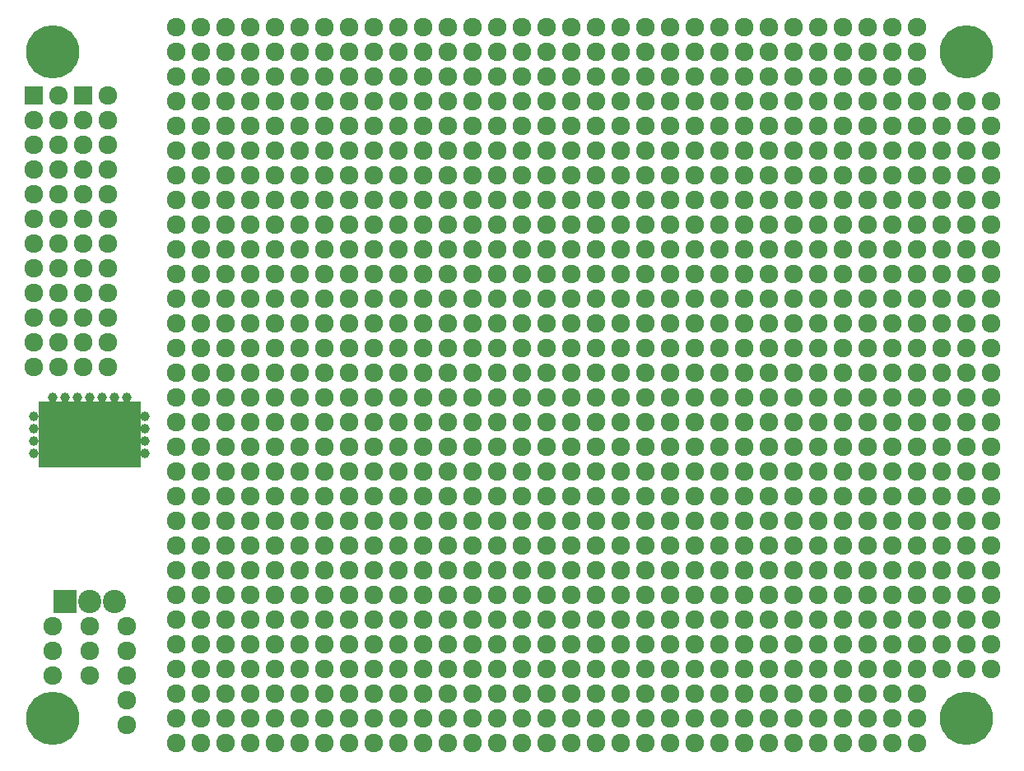
<source format=gbr>
G04 #@! TF.FileFunction,Soldermask,Top*
%FSLAX46Y46*%
G04 Gerber Fmt 4.6, Leading zero omitted, Abs format (unit mm)*
G04 Created by KiCad (PCBNEW 4.0.7) date Monday, July 23, 2018 'PMt' 01:55:31 PM*
%MOMM*%
%LPD*%
G01*
G04 APERTURE LIST*
%ADD10C,0.100000*%
%ADD11C,1.924000*%
%ADD12C,5.480000*%
%ADD13R,1.924000X1.924000*%
%ADD14C,1.000000*%
%ADD15R,2.400000X2.400000*%
%ADD16C,2.400000*%
%ADD17R,10.560000X6.750000*%
G04 APERTURE END LIST*
D10*
D11*
X115570000Y-146050000D03*
X115570000Y-148590000D03*
X115570000Y-135890000D03*
X115570000Y-138430000D03*
X115570000Y-143510000D03*
X115570000Y-140970000D03*
X115570000Y-130810000D03*
X115570000Y-133350000D03*
X115570000Y-128270000D03*
X115570000Y-125730000D03*
X115570000Y-100330000D03*
X115570000Y-102870000D03*
X115570000Y-107950000D03*
X115570000Y-105410000D03*
X115570000Y-115570000D03*
X115570000Y-118110000D03*
X115570000Y-113030000D03*
X115570000Y-110490000D03*
X115570000Y-123190000D03*
X115570000Y-120650000D03*
X115570000Y-95250000D03*
X115570000Y-97790000D03*
X115570000Y-85090000D03*
X115570000Y-87630000D03*
X115570000Y-92710000D03*
X115570000Y-90170000D03*
X115570000Y-80010000D03*
X115570000Y-82550000D03*
X115570000Y-77470000D03*
X115570000Y-74930000D03*
D12*
X102870000Y-77470000D03*
X196850000Y-77470000D03*
X196850000Y-146050000D03*
X102870000Y-146050000D03*
D11*
X106045000Y-86995000D03*
D13*
X106045000Y-81915000D03*
D11*
X108585000Y-81915000D03*
X108585000Y-86995000D03*
X108585000Y-84455000D03*
X106045000Y-84455000D03*
X106045000Y-89535000D03*
X108585000Y-89535000D03*
X108585000Y-92075000D03*
X106045000Y-92075000D03*
X106045000Y-102235000D03*
X108585000Y-102235000D03*
X108585000Y-99695000D03*
X106045000Y-99695000D03*
X106045000Y-94615000D03*
X108585000Y-94615000D03*
X108585000Y-97155000D03*
X106045000Y-97155000D03*
X106045000Y-104775000D03*
X108585000Y-104775000D03*
X106045000Y-107315000D03*
X108585000Y-107315000D03*
X108585000Y-109855000D03*
X106045000Y-109855000D03*
X100965000Y-109855000D03*
X103505000Y-109855000D03*
X103505000Y-107315000D03*
X100965000Y-107315000D03*
X103505000Y-104775000D03*
X100965000Y-104775000D03*
X100965000Y-97155000D03*
X103505000Y-97155000D03*
X103505000Y-94615000D03*
X100965000Y-94615000D03*
X100965000Y-99695000D03*
X103505000Y-99695000D03*
X103505000Y-102235000D03*
X100965000Y-102235000D03*
X100965000Y-92075000D03*
X103505000Y-92075000D03*
X103505000Y-89535000D03*
X100965000Y-89535000D03*
X100965000Y-84455000D03*
X103505000Y-84455000D03*
X103505000Y-86995000D03*
X103505000Y-81915000D03*
D13*
X100965000Y-81915000D03*
D11*
X100965000Y-86995000D03*
X110490000Y-146685000D03*
X110490000Y-141605000D03*
X110490000Y-144145000D03*
X110490000Y-139065000D03*
X106680000Y-141605000D03*
X106680000Y-139065000D03*
X102870000Y-141605000D03*
X102870000Y-139065000D03*
X102870000Y-136525000D03*
X110490000Y-136525000D03*
X106680000Y-136525000D03*
D14*
X110490000Y-113030000D03*
X109220000Y-113030000D03*
X107950000Y-113030000D03*
X102870000Y-113030000D03*
X104140000Y-113030000D03*
X105410000Y-113030000D03*
X106680000Y-113030000D03*
X100965000Y-114935000D03*
X100965000Y-116205000D03*
X100965000Y-117475000D03*
X100965000Y-118745000D03*
X112395000Y-118745000D03*
X112395000Y-117475000D03*
X112395000Y-116205000D03*
X112395000Y-114935000D03*
D15*
X104140000Y-133985000D03*
D16*
X106680000Y-133985000D03*
X109220000Y-133985000D03*
D17*
X106680000Y-116840000D03*
D11*
X118110000Y-146050000D03*
X118110000Y-148590000D03*
X118110000Y-135890000D03*
X118110000Y-138430000D03*
X118110000Y-143510000D03*
X118110000Y-140970000D03*
X118110000Y-130810000D03*
X118110000Y-133350000D03*
X118110000Y-128270000D03*
X118110000Y-125730000D03*
X118110000Y-100330000D03*
X118110000Y-102870000D03*
X118110000Y-107950000D03*
X118110000Y-105410000D03*
X118110000Y-115570000D03*
X118110000Y-118110000D03*
X118110000Y-113030000D03*
X118110000Y-110490000D03*
X118110000Y-123190000D03*
X118110000Y-120650000D03*
X118110000Y-95250000D03*
X118110000Y-97790000D03*
X118110000Y-85090000D03*
X118110000Y-87630000D03*
X118110000Y-92710000D03*
X118110000Y-90170000D03*
X118110000Y-80010000D03*
X118110000Y-82550000D03*
X118110000Y-77470000D03*
X118110000Y-74930000D03*
X115570000Y-146050000D03*
X115570000Y-148590000D03*
X115570000Y-135890000D03*
X115570000Y-138430000D03*
X115570000Y-143510000D03*
X115570000Y-140970000D03*
X115570000Y-130810000D03*
X115570000Y-133350000D03*
X115570000Y-128270000D03*
X115570000Y-125730000D03*
X115570000Y-100330000D03*
X115570000Y-102870000D03*
X115570000Y-107950000D03*
X115570000Y-105410000D03*
X115570000Y-115570000D03*
X115570000Y-118110000D03*
X115570000Y-113030000D03*
X115570000Y-110490000D03*
X115570000Y-123190000D03*
X115570000Y-120650000D03*
X115570000Y-95250000D03*
X115570000Y-97790000D03*
X115570000Y-85090000D03*
X115570000Y-87630000D03*
X115570000Y-92710000D03*
X115570000Y-90170000D03*
X115570000Y-80010000D03*
X115570000Y-82550000D03*
X115570000Y-77470000D03*
X115570000Y-74930000D03*
X191770000Y-148590000D03*
X181610000Y-148590000D03*
X184150000Y-148590000D03*
X189230000Y-148590000D03*
X186690000Y-148590000D03*
X176530000Y-148590000D03*
X179070000Y-148590000D03*
X173990000Y-148590000D03*
X171450000Y-148590000D03*
X146050000Y-148590000D03*
X148590000Y-148590000D03*
X153670000Y-148590000D03*
X151130000Y-148590000D03*
X161290000Y-148590000D03*
X163830000Y-148590000D03*
X158750000Y-148590000D03*
X156210000Y-148590000D03*
X168910000Y-148590000D03*
X166370000Y-148590000D03*
X140970000Y-148590000D03*
X143510000Y-148590000D03*
X130810000Y-148590000D03*
X133350000Y-148590000D03*
X138430000Y-148590000D03*
X135890000Y-148590000D03*
X125730000Y-148590000D03*
X128270000Y-148590000D03*
X123190000Y-148590000D03*
X120650000Y-148590000D03*
X191770000Y-77470000D03*
X181610000Y-77470000D03*
X184150000Y-77470000D03*
X189230000Y-77470000D03*
X186690000Y-77470000D03*
X176530000Y-77470000D03*
X179070000Y-77470000D03*
X173990000Y-77470000D03*
X171450000Y-77470000D03*
X146050000Y-77470000D03*
X148590000Y-77470000D03*
X153670000Y-77470000D03*
X151130000Y-77470000D03*
X161290000Y-77470000D03*
X163830000Y-77470000D03*
X158750000Y-77470000D03*
X156210000Y-77470000D03*
X168910000Y-77470000D03*
X166370000Y-77470000D03*
X140970000Y-77470000D03*
X143510000Y-77470000D03*
X130810000Y-77470000D03*
X133350000Y-77470000D03*
X138430000Y-77470000D03*
X135890000Y-77470000D03*
X125730000Y-77470000D03*
X128270000Y-77470000D03*
X123190000Y-77470000D03*
X120650000Y-77470000D03*
X123190000Y-125730000D03*
X123190000Y-120650000D03*
X123190000Y-123190000D03*
X123190000Y-118110000D03*
X123190000Y-115570000D03*
X133350000Y-90170000D03*
X133350000Y-85090000D03*
X133350000Y-87630000D03*
X133350000Y-82550000D03*
X133350000Y-80010000D03*
X148590000Y-90170000D03*
X148590000Y-85090000D03*
X148590000Y-87630000D03*
X148590000Y-82550000D03*
X148590000Y-80010000D03*
X130810000Y-90170000D03*
X130810000Y-85090000D03*
X130810000Y-87630000D03*
X130810000Y-82550000D03*
X130810000Y-80010000D03*
X146050000Y-90170000D03*
X146050000Y-85090000D03*
X146050000Y-87630000D03*
X146050000Y-82550000D03*
X146050000Y-80010000D03*
X128270000Y-90170000D03*
X128270000Y-85090000D03*
X128270000Y-87630000D03*
X128270000Y-82550000D03*
X128270000Y-80010000D03*
X125730000Y-90170000D03*
X125730000Y-85090000D03*
X125730000Y-87630000D03*
X125730000Y-82550000D03*
X125730000Y-80010000D03*
X130810000Y-125730000D03*
X130810000Y-120650000D03*
X130810000Y-123190000D03*
X130810000Y-118110000D03*
X130810000Y-115570000D03*
X143510000Y-90170000D03*
X143510000Y-85090000D03*
X143510000Y-87630000D03*
X143510000Y-82550000D03*
X143510000Y-80010000D03*
X123190000Y-90170000D03*
X123190000Y-85090000D03*
X123190000Y-87630000D03*
X123190000Y-82550000D03*
X123190000Y-80010000D03*
X163830000Y-90170000D03*
X163830000Y-85090000D03*
X163830000Y-87630000D03*
X163830000Y-82550000D03*
X163830000Y-80010000D03*
X120650000Y-90170000D03*
X120650000Y-85090000D03*
X120650000Y-87630000D03*
X120650000Y-82550000D03*
X120650000Y-80010000D03*
X140970000Y-90170000D03*
X140970000Y-85090000D03*
X140970000Y-87630000D03*
X140970000Y-82550000D03*
X140970000Y-80010000D03*
X189230000Y-90170000D03*
X189230000Y-85090000D03*
X189230000Y-87630000D03*
X189230000Y-82550000D03*
X189230000Y-80010000D03*
X156210000Y-107950000D03*
X156210000Y-102870000D03*
X156210000Y-105410000D03*
X156210000Y-100330000D03*
X156210000Y-97790000D03*
X138430000Y-143510000D03*
X138430000Y-138430000D03*
X138430000Y-140970000D03*
X138430000Y-135890000D03*
X138430000Y-133350000D03*
X161290000Y-125730000D03*
X161290000Y-120650000D03*
X161290000Y-123190000D03*
X161290000Y-118110000D03*
X161290000Y-115570000D03*
X166370000Y-125730000D03*
X166370000Y-120650000D03*
X166370000Y-123190000D03*
X166370000Y-118110000D03*
X166370000Y-115570000D03*
X153670000Y-90170000D03*
X153670000Y-85090000D03*
X153670000Y-87630000D03*
X153670000Y-82550000D03*
X153670000Y-80010000D03*
X156210000Y-90170000D03*
X156210000Y-85090000D03*
X156210000Y-87630000D03*
X156210000Y-82550000D03*
X156210000Y-80010000D03*
X173990000Y-90170000D03*
X173990000Y-85090000D03*
X173990000Y-87630000D03*
X173990000Y-82550000D03*
X173990000Y-80010000D03*
X176530000Y-90170000D03*
X176530000Y-85090000D03*
X176530000Y-87630000D03*
X176530000Y-82550000D03*
X176530000Y-80010000D03*
X199390000Y-107950000D03*
X199390000Y-102870000D03*
X199390000Y-105410000D03*
X199390000Y-100330000D03*
X199390000Y-97790000D03*
X151130000Y-107950000D03*
X151130000Y-102870000D03*
X151130000Y-105410000D03*
X151130000Y-100330000D03*
X151130000Y-97790000D03*
X179070000Y-90170000D03*
X179070000Y-85090000D03*
X179070000Y-87630000D03*
X179070000Y-82550000D03*
X179070000Y-80010000D03*
X158750000Y-90170000D03*
X158750000Y-85090000D03*
X158750000Y-87630000D03*
X158750000Y-82550000D03*
X158750000Y-80010000D03*
X135890000Y-90170000D03*
X135890000Y-85090000D03*
X135890000Y-87630000D03*
X135890000Y-82550000D03*
X135890000Y-80010000D03*
X138430000Y-90170000D03*
X138430000Y-85090000D03*
X138430000Y-87630000D03*
X138430000Y-82550000D03*
X138430000Y-80010000D03*
X161290000Y-90170000D03*
X161290000Y-85090000D03*
X161290000Y-87630000D03*
X161290000Y-82550000D03*
X161290000Y-80010000D03*
X194310000Y-87630000D03*
X194310000Y-90170000D03*
X194310000Y-85090000D03*
X194310000Y-82550000D03*
X196850000Y-87630000D03*
X196850000Y-90170000D03*
X196850000Y-85090000D03*
X196850000Y-82550000D03*
X199390000Y-87630000D03*
X199390000Y-90170000D03*
X199390000Y-85090000D03*
X199390000Y-82550000D03*
X199390000Y-110490000D03*
X196850000Y-110490000D03*
X191770000Y-110490000D03*
X194310000Y-110490000D03*
X181610000Y-110490000D03*
X184150000Y-110490000D03*
X189230000Y-110490000D03*
X186690000Y-110490000D03*
X176530000Y-110490000D03*
X179070000Y-110490000D03*
X173990000Y-110490000D03*
X171450000Y-110490000D03*
X146050000Y-110490000D03*
X148590000Y-110490000D03*
X153670000Y-110490000D03*
X151130000Y-110490000D03*
X161290000Y-110490000D03*
X163830000Y-110490000D03*
X158750000Y-110490000D03*
X156210000Y-110490000D03*
X168910000Y-110490000D03*
X166370000Y-110490000D03*
X140970000Y-110490000D03*
X143510000Y-110490000D03*
X130810000Y-110490000D03*
X133350000Y-110490000D03*
X138430000Y-110490000D03*
X135890000Y-110490000D03*
X125730000Y-110490000D03*
X128270000Y-110490000D03*
X123190000Y-110490000D03*
X120650000Y-110490000D03*
X199390000Y-92710000D03*
X196850000Y-92710000D03*
X191770000Y-92710000D03*
X194310000Y-92710000D03*
X181610000Y-92710000D03*
X184150000Y-92710000D03*
X189230000Y-92710000D03*
X186690000Y-92710000D03*
X176530000Y-92710000D03*
X179070000Y-92710000D03*
X173990000Y-92710000D03*
X171450000Y-92710000D03*
X146050000Y-92710000D03*
X148590000Y-92710000D03*
X153670000Y-92710000D03*
X151130000Y-92710000D03*
X161290000Y-92710000D03*
X163830000Y-92710000D03*
X158750000Y-92710000D03*
X156210000Y-92710000D03*
X168910000Y-92710000D03*
X166370000Y-92710000D03*
X140970000Y-92710000D03*
X143510000Y-92710000D03*
X130810000Y-92710000D03*
X133350000Y-92710000D03*
X138430000Y-92710000D03*
X135890000Y-92710000D03*
X125730000Y-92710000D03*
X128270000Y-92710000D03*
X123190000Y-92710000D03*
X120650000Y-92710000D03*
X168910000Y-90170000D03*
X168910000Y-85090000D03*
X168910000Y-87630000D03*
X168910000Y-82550000D03*
X168910000Y-80010000D03*
X191770000Y-90170000D03*
X191770000Y-85090000D03*
X191770000Y-87630000D03*
X191770000Y-82550000D03*
X191770000Y-80010000D03*
X151130000Y-90170000D03*
X151130000Y-85090000D03*
X151130000Y-87630000D03*
X151130000Y-82550000D03*
X151130000Y-80010000D03*
X171450000Y-90170000D03*
X171450000Y-85090000D03*
X171450000Y-87630000D03*
X171450000Y-82550000D03*
X171450000Y-80010000D03*
X146050000Y-125730000D03*
X146050000Y-120650000D03*
X146050000Y-123190000D03*
X146050000Y-118110000D03*
X146050000Y-115570000D03*
X171450000Y-125730000D03*
X171450000Y-120650000D03*
X171450000Y-123190000D03*
X171450000Y-118110000D03*
X171450000Y-115570000D03*
X128270000Y-125730000D03*
X128270000Y-120650000D03*
X128270000Y-123190000D03*
X128270000Y-118110000D03*
X128270000Y-115570000D03*
X156210000Y-125730000D03*
X156210000Y-120650000D03*
X156210000Y-123190000D03*
X156210000Y-118110000D03*
X156210000Y-115570000D03*
X143510000Y-125730000D03*
X143510000Y-120650000D03*
X143510000Y-123190000D03*
X143510000Y-118110000D03*
X143510000Y-115570000D03*
X158750000Y-125730000D03*
X158750000Y-120650000D03*
X158750000Y-123190000D03*
X158750000Y-118110000D03*
X158750000Y-115570000D03*
X120650000Y-143510000D03*
X120650000Y-138430000D03*
X120650000Y-140970000D03*
X120650000Y-135890000D03*
X120650000Y-133350000D03*
X168910000Y-125730000D03*
X168910000Y-120650000D03*
X168910000Y-123190000D03*
X168910000Y-118110000D03*
X168910000Y-115570000D03*
X153670000Y-125730000D03*
X153670000Y-120650000D03*
X153670000Y-123190000D03*
X153670000Y-118110000D03*
X153670000Y-115570000D03*
X163830000Y-125730000D03*
X163830000Y-120650000D03*
X163830000Y-123190000D03*
X163830000Y-118110000D03*
X163830000Y-115570000D03*
X151130000Y-125730000D03*
X151130000Y-120650000D03*
X151130000Y-123190000D03*
X151130000Y-118110000D03*
X151130000Y-115570000D03*
X143510000Y-107950000D03*
X143510000Y-102870000D03*
X143510000Y-105410000D03*
X143510000Y-100330000D03*
X143510000Y-97790000D03*
X148590000Y-107950000D03*
X148590000Y-102870000D03*
X148590000Y-105410000D03*
X148590000Y-100330000D03*
X148590000Y-97790000D03*
X140970000Y-107950000D03*
X140970000Y-102870000D03*
X140970000Y-105410000D03*
X140970000Y-100330000D03*
X140970000Y-97790000D03*
X148590000Y-125730000D03*
X148590000Y-120650000D03*
X148590000Y-123190000D03*
X148590000Y-118110000D03*
X148590000Y-115570000D03*
X138430000Y-125730000D03*
X138430000Y-120650000D03*
X138430000Y-123190000D03*
X138430000Y-118110000D03*
X138430000Y-115570000D03*
X133350000Y-125730000D03*
X133350000Y-120650000D03*
X133350000Y-123190000D03*
X133350000Y-118110000D03*
X133350000Y-115570000D03*
X135890000Y-125730000D03*
X135890000Y-120650000D03*
X135890000Y-123190000D03*
X135890000Y-118110000D03*
X135890000Y-115570000D03*
X123190000Y-143510000D03*
X123190000Y-138430000D03*
X123190000Y-140970000D03*
X123190000Y-135890000D03*
X123190000Y-133350000D03*
X125730000Y-143510000D03*
X125730000Y-138430000D03*
X125730000Y-140970000D03*
X125730000Y-135890000D03*
X125730000Y-133350000D03*
X125730000Y-125730000D03*
X125730000Y-120650000D03*
X125730000Y-123190000D03*
X125730000Y-118110000D03*
X125730000Y-115570000D03*
X130810000Y-143510000D03*
X130810000Y-138430000D03*
X130810000Y-140970000D03*
X130810000Y-135890000D03*
X130810000Y-133350000D03*
X133350000Y-143510000D03*
X133350000Y-138430000D03*
X133350000Y-140970000D03*
X133350000Y-135890000D03*
X133350000Y-133350000D03*
X146050000Y-143510000D03*
X146050000Y-138430000D03*
X146050000Y-140970000D03*
X146050000Y-135890000D03*
X146050000Y-133350000D03*
X140970000Y-125730000D03*
X140970000Y-120650000D03*
X140970000Y-123190000D03*
X140970000Y-118110000D03*
X140970000Y-115570000D03*
X120650000Y-107950000D03*
X120650000Y-102870000D03*
X120650000Y-105410000D03*
X120650000Y-100330000D03*
X120650000Y-97790000D03*
X135890000Y-107950000D03*
X135890000Y-102870000D03*
X135890000Y-105410000D03*
X135890000Y-100330000D03*
X135890000Y-97790000D03*
X179070000Y-107950000D03*
X179070000Y-102870000D03*
X179070000Y-105410000D03*
X179070000Y-100330000D03*
X179070000Y-97790000D03*
X199390000Y-95250000D03*
X196850000Y-95250000D03*
X191770000Y-95250000D03*
X194310000Y-95250000D03*
X181610000Y-95250000D03*
X184150000Y-95250000D03*
X189230000Y-95250000D03*
X186690000Y-95250000D03*
X176530000Y-95250000D03*
X179070000Y-95250000D03*
X173990000Y-95250000D03*
X171450000Y-95250000D03*
X146050000Y-95250000D03*
X148590000Y-95250000D03*
X153670000Y-95250000D03*
X151130000Y-95250000D03*
X161290000Y-95250000D03*
X163830000Y-95250000D03*
X158750000Y-95250000D03*
X156210000Y-95250000D03*
X168910000Y-95250000D03*
X166370000Y-95250000D03*
X140970000Y-95250000D03*
X143510000Y-95250000D03*
X130810000Y-95250000D03*
X133350000Y-95250000D03*
X138430000Y-95250000D03*
X135890000Y-95250000D03*
X125730000Y-95250000D03*
X128270000Y-95250000D03*
X123190000Y-95250000D03*
X120650000Y-95250000D03*
X199390000Y-128270000D03*
X196850000Y-128270000D03*
X191770000Y-128270000D03*
X194310000Y-128270000D03*
X181610000Y-128270000D03*
X184150000Y-128270000D03*
X189230000Y-128270000D03*
X186690000Y-128270000D03*
X176530000Y-128270000D03*
X179070000Y-128270000D03*
X173990000Y-128270000D03*
X171450000Y-128270000D03*
X146050000Y-128270000D03*
X148590000Y-128270000D03*
X153670000Y-128270000D03*
X151130000Y-128270000D03*
X161290000Y-128270000D03*
X163830000Y-128270000D03*
X158750000Y-128270000D03*
X156210000Y-128270000D03*
X168910000Y-128270000D03*
X166370000Y-128270000D03*
X140970000Y-128270000D03*
X143510000Y-128270000D03*
X130810000Y-128270000D03*
X133350000Y-128270000D03*
X138430000Y-128270000D03*
X135890000Y-128270000D03*
X125730000Y-128270000D03*
X128270000Y-128270000D03*
X123190000Y-128270000D03*
X120650000Y-128270000D03*
X135890000Y-143510000D03*
X135890000Y-138430000D03*
X135890000Y-140970000D03*
X135890000Y-135890000D03*
X135890000Y-133350000D03*
X128270000Y-107950000D03*
X128270000Y-102870000D03*
X128270000Y-105410000D03*
X128270000Y-100330000D03*
X128270000Y-97790000D03*
X133350000Y-107950000D03*
X133350000Y-102870000D03*
X133350000Y-105410000D03*
X133350000Y-100330000D03*
X133350000Y-97790000D03*
X125730000Y-107950000D03*
X125730000Y-102870000D03*
X125730000Y-105410000D03*
X125730000Y-100330000D03*
X125730000Y-97790000D03*
X146050000Y-107950000D03*
X146050000Y-102870000D03*
X146050000Y-105410000D03*
X146050000Y-100330000D03*
X146050000Y-97790000D03*
X138430000Y-107950000D03*
X138430000Y-102870000D03*
X138430000Y-105410000D03*
X138430000Y-100330000D03*
X138430000Y-97790000D03*
X130810000Y-107950000D03*
X130810000Y-102870000D03*
X130810000Y-105410000D03*
X130810000Y-100330000D03*
X130810000Y-97790000D03*
X176530000Y-107950000D03*
X176530000Y-102870000D03*
X176530000Y-105410000D03*
X176530000Y-100330000D03*
X176530000Y-97790000D03*
X166370000Y-107950000D03*
X166370000Y-102870000D03*
X166370000Y-105410000D03*
X166370000Y-100330000D03*
X166370000Y-97790000D03*
X194310000Y-107950000D03*
X194310000Y-102870000D03*
X194310000Y-105410000D03*
X194310000Y-100330000D03*
X194310000Y-97790000D03*
X173990000Y-107950000D03*
X173990000Y-102870000D03*
X173990000Y-105410000D03*
X173990000Y-100330000D03*
X173990000Y-97790000D03*
X163830000Y-107950000D03*
X163830000Y-102870000D03*
X163830000Y-105410000D03*
X163830000Y-100330000D03*
X163830000Y-97790000D03*
X191770000Y-107950000D03*
X191770000Y-102870000D03*
X191770000Y-105410000D03*
X191770000Y-100330000D03*
X191770000Y-97790000D03*
X171450000Y-107950000D03*
X171450000Y-102870000D03*
X171450000Y-105410000D03*
X171450000Y-100330000D03*
X171450000Y-97790000D03*
X186690000Y-90170000D03*
X186690000Y-85090000D03*
X186690000Y-87630000D03*
X186690000Y-82550000D03*
X186690000Y-80010000D03*
X196850000Y-107950000D03*
X196850000Y-102870000D03*
X196850000Y-105410000D03*
X196850000Y-100330000D03*
X196850000Y-97790000D03*
X184150000Y-107950000D03*
X184150000Y-102870000D03*
X184150000Y-105410000D03*
X184150000Y-100330000D03*
X184150000Y-97790000D03*
X166370000Y-90170000D03*
X166370000Y-85090000D03*
X166370000Y-87630000D03*
X166370000Y-82550000D03*
X166370000Y-80010000D03*
X181610000Y-90170000D03*
X181610000Y-85090000D03*
X181610000Y-87630000D03*
X181610000Y-82550000D03*
X181610000Y-80010000D03*
X181610000Y-107950000D03*
X181610000Y-102870000D03*
X181610000Y-105410000D03*
X181610000Y-100330000D03*
X181610000Y-97790000D03*
X186690000Y-107950000D03*
X186690000Y-102870000D03*
X186690000Y-105410000D03*
X186690000Y-100330000D03*
X186690000Y-97790000D03*
X161290000Y-107950000D03*
X161290000Y-102870000D03*
X161290000Y-105410000D03*
X161290000Y-100330000D03*
X161290000Y-97790000D03*
X199390000Y-125730000D03*
X199390000Y-120650000D03*
X199390000Y-123190000D03*
X199390000Y-118110000D03*
X199390000Y-115570000D03*
X123190000Y-107950000D03*
X123190000Y-102870000D03*
X123190000Y-105410000D03*
X123190000Y-100330000D03*
X123190000Y-97790000D03*
X151130000Y-143510000D03*
X151130000Y-138430000D03*
X151130000Y-140970000D03*
X151130000Y-135890000D03*
X151130000Y-133350000D03*
X148590000Y-143510000D03*
X148590000Y-138430000D03*
X148590000Y-140970000D03*
X148590000Y-135890000D03*
X148590000Y-133350000D03*
X128270000Y-143510000D03*
X128270000Y-138430000D03*
X128270000Y-140970000D03*
X128270000Y-135890000D03*
X128270000Y-133350000D03*
X153670000Y-143510000D03*
X153670000Y-138430000D03*
X153670000Y-140970000D03*
X153670000Y-135890000D03*
X153670000Y-133350000D03*
X158750000Y-143510000D03*
X158750000Y-138430000D03*
X158750000Y-140970000D03*
X158750000Y-135890000D03*
X158750000Y-133350000D03*
X196850000Y-125730000D03*
X196850000Y-120650000D03*
X196850000Y-123190000D03*
X196850000Y-118110000D03*
X196850000Y-115570000D03*
X158750000Y-107950000D03*
X158750000Y-102870000D03*
X158750000Y-105410000D03*
X158750000Y-100330000D03*
X158750000Y-97790000D03*
X189230000Y-107950000D03*
X189230000Y-102870000D03*
X189230000Y-105410000D03*
X189230000Y-100330000D03*
X189230000Y-97790000D03*
X199390000Y-130810000D03*
X196850000Y-130810000D03*
X191770000Y-130810000D03*
X194310000Y-130810000D03*
X181610000Y-130810000D03*
X184150000Y-130810000D03*
X189230000Y-130810000D03*
X186690000Y-130810000D03*
X176530000Y-130810000D03*
X179070000Y-130810000D03*
X173990000Y-130810000D03*
X171450000Y-130810000D03*
X146050000Y-130810000D03*
X148590000Y-130810000D03*
X153670000Y-130810000D03*
X151130000Y-130810000D03*
X161290000Y-130810000D03*
X163830000Y-130810000D03*
X158750000Y-130810000D03*
X156210000Y-130810000D03*
X168910000Y-130810000D03*
X166370000Y-130810000D03*
X140970000Y-130810000D03*
X143510000Y-130810000D03*
X130810000Y-130810000D03*
X133350000Y-130810000D03*
X138430000Y-130810000D03*
X135890000Y-130810000D03*
X125730000Y-130810000D03*
X128270000Y-130810000D03*
X123190000Y-130810000D03*
X120650000Y-130810000D03*
X199390000Y-113030000D03*
X196850000Y-113030000D03*
X191770000Y-113030000D03*
X194310000Y-113030000D03*
X181610000Y-113030000D03*
X184150000Y-113030000D03*
X189230000Y-113030000D03*
X186690000Y-113030000D03*
X176530000Y-113030000D03*
X179070000Y-113030000D03*
X173990000Y-113030000D03*
X171450000Y-113030000D03*
X146050000Y-113030000D03*
X148590000Y-113030000D03*
X153670000Y-113030000D03*
X151130000Y-113030000D03*
X161290000Y-113030000D03*
X163830000Y-113030000D03*
X158750000Y-113030000D03*
X156210000Y-113030000D03*
X168910000Y-113030000D03*
X166370000Y-113030000D03*
X140970000Y-113030000D03*
X143510000Y-113030000D03*
X130810000Y-113030000D03*
X133350000Y-113030000D03*
X138430000Y-113030000D03*
X135890000Y-113030000D03*
X125730000Y-113030000D03*
X128270000Y-113030000D03*
X123190000Y-113030000D03*
X120650000Y-113030000D03*
X189230000Y-143510000D03*
X189230000Y-138430000D03*
X189230000Y-140970000D03*
X189230000Y-135890000D03*
X189230000Y-133350000D03*
X191770000Y-143510000D03*
X191770000Y-138430000D03*
X191770000Y-140970000D03*
X191770000Y-135890000D03*
X191770000Y-133350000D03*
X181610000Y-143510000D03*
X181610000Y-138430000D03*
X181610000Y-140970000D03*
X181610000Y-135890000D03*
X181610000Y-133350000D03*
X179070000Y-125730000D03*
X179070000Y-120650000D03*
X179070000Y-123190000D03*
X179070000Y-118110000D03*
X179070000Y-115570000D03*
X189230000Y-125730000D03*
X189230000Y-120650000D03*
X189230000Y-123190000D03*
X189230000Y-118110000D03*
X189230000Y-115570000D03*
X143510000Y-143510000D03*
X143510000Y-138430000D03*
X143510000Y-140970000D03*
X143510000Y-135890000D03*
X143510000Y-133350000D03*
X153670000Y-107950000D03*
X153670000Y-102870000D03*
X153670000Y-105410000D03*
X153670000Y-100330000D03*
X153670000Y-97790000D03*
X191770000Y-125730000D03*
X191770000Y-120650000D03*
X191770000Y-123190000D03*
X191770000Y-118110000D03*
X191770000Y-115570000D03*
X181610000Y-125730000D03*
X181610000Y-120650000D03*
X181610000Y-123190000D03*
X181610000Y-118110000D03*
X181610000Y-115570000D03*
X161290000Y-143510000D03*
X161290000Y-138430000D03*
X161290000Y-140970000D03*
X161290000Y-135890000D03*
X161290000Y-133350000D03*
X173990000Y-143510000D03*
X173990000Y-138430000D03*
X173990000Y-140970000D03*
X173990000Y-135890000D03*
X173990000Y-133350000D03*
X140970000Y-143510000D03*
X140970000Y-138430000D03*
X140970000Y-140970000D03*
X140970000Y-135890000D03*
X140970000Y-133350000D03*
X166370000Y-143510000D03*
X166370000Y-138430000D03*
X166370000Y-140970000D03*
X166370000Y-135890000D03*
X166370000Y-133350000D03*
X156210000Y-143510000D03*
X156210000Y-138430000D03*
X156210000Y-140970000D03*
X156210000Y-135890000D03*
X156210000Y-133350000D03*
X163830000Y-143510000D03*
X163830000Y-138430000D03*
X163830000Y-140970000D03*
X163830000Y-135890000D03*
X163830000Y-133350000D03*
X184150000Y-125730000D03*
X184150000Y-120650000D03*
X184150000Y-123190000D03*
X184150000Y-118110000D03*
X184150000Y-115570000D03*
X194310000Y-125730000D03*
X194310000Y-120650000D03*
X194310000Y-123190000D03*
X194310000Y-118110000D03*
X194310000Y-115570000D03*
X168910000Y-107950000D03*
X168910000Y-102870000D03*
X168910000Y-105410000D03*
X168910000Y-100330000D03*
X168910000Y-97790000D03*
X184150000Y-90170000D03*
X184150000Y-85090000D03*
X184150000Y-87630000D03*
X184150000Y-82550000D03*
X184150000Y-80010000D03*
X168910000Y-143510000D03*
X168910000Y-138430000D03*
X168910000Y-140970000D03*
X168910000Y-135890000D03*
X168910000Y-133350000D03*
X171450000Y-143510000D03*
X171450000Y-138430000D03*
X171450000Y-140970000D03*
X171450000Y-135890000D03*
X171450000Y-133350000D03*
X176530000Y-143510000D03*
X176530000Y-138430000D03*
X176530000Y-140970000D03*
X176530000Y-135890000D03*
X176530000Y-133350000D03*
X184150000Y-143510000D03*
X184150000Y-138430000D03*
X184150000Y-140970000D03*
X184150000Y-135890000D03*
X184150000Y-133350000D03*
X186690000Y-143510000D03*
X186690000Y-138430000D03*
X186690000Y-140970000D03*
X186690000Y-135890000D03*
X186690000Y-133350000D03*
X179070000Y-143510000D03*
X179070000Y-138430000D03*
X179070000Y-140970000D03*
X179070000Y-135890000D03*
X179070000Y-133350000D03*
X120650000Y-125730000D03*
X120650000Y-120650000D03*
X120650000Y-123190000D03*
X120650000Y-118110000D03*
X120650000Y-115570000D03*
X176530000Y-125730000D03*
X176530000Y-120650000D03*
X176530000Y-123190000D03*
X176530000Y-118110000D03*
X176530000Y-115570000D03*
X186690000Y-125730000D03*
X186690000Y-120650000D03*
X186690000Y-123190000D03*
X186690000Y-118110000D03*
X186690000Y-115570000D03*
X173990000Y-125730000D03*
X173990000Y-120650000D03*
X173990000Y-123190000D03*
X173990000Y-118110000D03*
X173990000Y-115570000D03*
X191770000Y-146050000D03*
X181610000Y-146050000D03*
X184150000Y-146050000D03*
X189230000Y-146050000D03*
X186690000Y-146050000D03*
X176530000Y-146050000D03*
X179070000Y-146050000D03*
X173990000Y-146050000D03*
X171450000Y-146050000D03*
X146050000Y-146050000D03*
X148590000Y-146050000D03*
X153670000Y-146050000D03*
X151130000Y-146050000D03*
X161290000Y-146050000D03*
X163830000Y-146050000D03*
X158750000Y-146050000D03*
X156210000Y-146050000D03*
X168910000Y-146050000D03*
X166370000Y-146050000D03*
X140970000Y-146050000D03*
X143510000Y-146050000D03*
X130810000Y-146050000D03*
X133350000Y-146050000D03*
X138430000Y-146050000D03*
X135890000Y-146050000D03*
X125730000Y-146050000D03*
X128270000Y-146050000D03*
X123190000Y-146050000D03*
X120650000Y-146050000D03*
X191770000Y-74930000D03*
X181610000Y-74930000D03*
X184150000Y-74930000D03*
X189230000Y-74930000D03*
X186690000Y-74930000D03*
X176530000Y-74930000D03*
X179070000Y-74930000D03*
X173990000Y-74930000D03*
X171450000Y-74930000D03*
X146050000Y-74930000D03*
X148590000Y-74930000D03*
X153670000Y-74930000D03*
X151130000Y-74930000D03*
X161290000Y-74930000D03*
X163830000Y-74930000D03*
X158750000Y-74930000D03*
X156210000Y-74930000D03*
X168910000Y-74930000D03*
X166370000Y-74930000D03*
X140970000Y-74930000D03*
X143510000Y-74930000D03*
X130810000Y-74930000D03*
X133350000Y-74930000D03*
X138430000Y-74930000D03*
X135890000Y-74930000D03*
X125730000Y-74930000D03*
X128270000Y-74930000D03*
X123190000Y-74930000D03*
X120650000Y-74930000D03*
X199390000Y-138430000D03*
X199390000Y-140970000D03*
X199390000Y-135890000D03*
X199390000Y-133350000D03*
X194310000Y-138430000D03*
X194310000Y-140970000D03*
X194310000Y-135890000D03*
X194310000Y-133350000D03*
X196850000Y-138430000D03*
X196850000Y-140970000D03*
X196850000Y-135890000D03*
X196850000Y-133350000D03*
M02*

</source>
